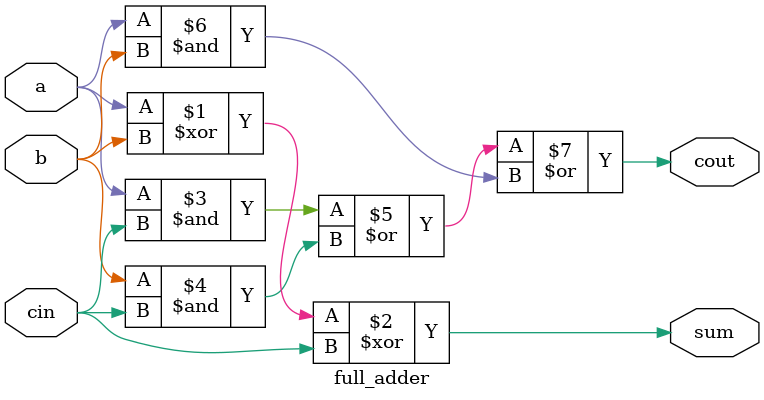
<source format=v>
`define BITS

module alu #(
    parameter `BITS N = 32
) (
    input  [N-1:0] a,
    input  [N-1:0] b,
    input  [ 13:0] opcode,
    output [N-1:0] result
);
  wire [N:0] carry;
  genvar i;
  generate
    for (i = 0; i < N; i = i + 1) begin : gen_add
        full_adder f (
            .a(a[i]),
            .b(b[i]),
            .cin(carry[i]),
            .sum(result[i]),
            .cout(carry[i+1])
      );
    end
  endgenerate
endmodule

module full_adder (
    input  a,
    input  b,
    input  cin,
    output sum,
    output cout
);
  assign sum  = a ^ b ^ cin;
  assign cout = (a & cin) | (b & cin) | (a & b);
endmodule

</source>
